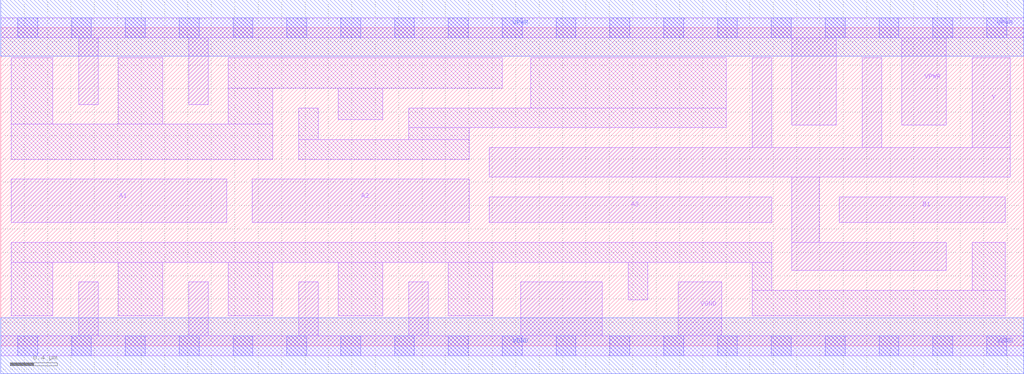
<source format=lef>
# Copyright 2020 The SkyWater PDK Authors
#
# Licensed under the Apache License, Version 2.0 (the "License");
# you may not use this file except in compliance with the License.
# You may obtain a copy of the License at
#
#     https://www.apache.org/licenses/LICENSE-2.0
#
# Unless required by applicable law or agreed to in writing, software
# distributed under the License is distributed on an "AS IS" BASIS,
# WITHOUT WARRANTIES OR CONDITIONS OF ANY KIND, either express or implied.
# See the License for the specific language governing permissions and
# limitations under the License.
#
# SPDX-License-Identifier: Apache-2.0

VERSION 5.7 ;
  NAMESCASESENSITIVE ON ;
  NOWIREEXTENSIONATPIN ON ;
  DIVIDERCHAR "/" ;
  BUSBITCHARS "[]" ;
UNITS
  DATABASE MICRONS 200 ;
END UNITS
PROPERTYDEFINITIONS
  MACRO maskLayoutSubType STRING ;
  MACRO prCellType STRING ;
  MACRO originalViewName STRING ;
END PROPERTYDEFINITIONS
MACRO sky130_fd_sc_hdll__o31ai_4
  CLASS CORE ;
  FOREIGN sky130_fd_sc_hdll__o31ai_4 ;
  ORIGIN  0.000000  0.000000 ;
  SIZE  8.740000 BY  2.720000 ;
  SYMMETRY X Y R90 ;
  SITE unithd ;
  PIN A1
    ANTENNAGATEAREA  1.110000 ;
    DIRECTION INPUT ;
    USE SIGNAL ;
    PORT
      LAYER li1 ;
        RECT 0.090000 1.055000 1.930000 1.425000 ;
    END
  END A1
  PIN A2
    ANTENNAGATEAREA  1.110000 ;
    DIRECTION INPUT ;
    USE SIGNAL ;
    PORT
      LAYER li1 ;
        RECT 2.150000 1.055000 4.005000 1.425000 ;
    END
  END A2
  PIN A3
    ANTENNAGATEAREA  1.110000 ;
    DIRECTION INPUT ;
    USE SIGNAL ;
    PORT
      LAYER li1 ;
        RECT 4.175000 1.055000 6.590000 1.275000 ;
    END
  END A3
  PIN B1
    ANTENNAGATEAREA  1.110000 ;
    DIRECTION INPUT ;
    USE SIGNAL ;
    PORT
      LAYER li1 ;
        RECT 7.165000 1.055000 8.585000 1.275000 ;
    END
  END B1
  PIN VGND
    ANTENNADIFFAREA  1.725750 ;
    DIRECTION INOUT ;
    USE SIGNAL ;
    PORT
      LAYER li1 ;
        RECT 0.000000 -0.085000 8.740000 0.085000 ;
        RECT 0.665000  0.085000 0.835000 0.545000 ;
        RECT 1.605000  0.085000 1.775000 0.545000 ;
        RECT 2.545000  0.085000 2.715000 0.545000 ;
        RECT 3.485000  0.085000 3.655000 0.545000 ;
        RECT 4.445000  0.085000 5.140000 0.545000 ;
        RECT 5.790000  0.085000 6.160000 0.545000 ;
      LAYER mcon ;
        RECT 0.145000 -0.085000 0.315000 0.085000 ;
        RECT 0.605000 -0.085000 0.775000 0.085000 ;
        RECT 1.065000 -0.085000 1.235000 0.085000 ;
        RECT 1.525000 -0.085000 1.695000 0.085000 ;
        RECT 1.985000 -0.085000 2.155000 0.085000 ;
        RECT 2.445000 -0.085000 2.615000 0.085000 ;
        RECT 2.905000 -0.085000 3.075000 0.085000 ;
        RECT 3.365000 -0.085000 3.535000 0.085000 ;
        RECT 3.825000 -0.085000 3.995000 0.085000 ;
        RECT 4.285000 -0.085000 4.455000 0.085000 ;
        RECT 4.745000 -0.085000 4.915000 0.085000 ;
        RECT 5.205000 -0.085000 5.375000 0.085000 ;
        RECT 5.665000 -0.085000 5.835000 0.085000 ;
        RECT 6.125000 -0.085000 6.295000 0.085000 ;
        RECT 6.585000 -0.085000 6.755000 0.085000 ;
        RECT 7.045000 -0.085000 7.215000 0.085000 ;
        RECT 7.505000 -0.085000 7.675000 0.085000 ;
        RECT 7.965000 -0.085000 8.135000 0.085000 ;
        RECT 8.425000 -0.085000 8.595000 0.085000 ;
      LAYER met1 ;
        RECT 0.000000 -0.240000 8.740000 0.240000 ;
    END
  END VGND
  PIN VPWR
    ANTENNADIFFAREA  1.160000 ;
    DIRECTION INOUT ;
    USE SIGNAL ;
    PORT
      LAYER li1 ;
        RECT 0.000000 2.635000 8.740000 2.805000 ;
        RECT 0.665000 2.065000 0.835000 2.635000 ;
        RECT 1.605000 2.065000 1.775000 2.635000 ;
        RECT 6.760000 1.890000 7.140000 2.635000 ;
        RECT 7.700000 1.890000 8.080000 2.635000 ;
      LAYER mcon ;
        RECT 0.145000 2.635000 0.315000 2.805000 ;
        RECT 0.605000 2.635000 0.775000 2.805000 ;
        RECT 1.065000 2.635000 1.235000 2.805000 ;
        RECT 1.525000 2.635000 1.695000 2.805000 ;
        RECT 1.985000 2.635000 2.155000 2.805000 ;
        RECT 2.445000 2.635000 2.615000 2.805000 ;
        RECT 2.905000 2.635000 3.075000 2.805000 ;
        RECT 3.365000 2.635000 3.535000 2.805000 ;
        RECT 3.825000 2.635000 3.995000 2.805000 ;
        RECT 4.285000 2.635000 4.455000 2.805000 ;
        RECT 4.745000 2.635000 4.915000 2.805000 ;
        RECT 5.205000 2.635000 5.375000 2.805000 ;
        RECT 5.665000 2.635000 5.835000 2.805000 ;
        RECT 6.125000 2.635000 6.295000 2.805000 ;
        RECT 6.585000 2.635000 6.755000 2.805000 ;
        RECT 7.045000 2.635000 7.215000 2.805000 ;
        RECT 7.505000 2.635000 7.675000 2.805000 ;
        RECT 7.965000 2.635000 8.135000 2.805000 ;
        RECT 8.425000 2.635000 8.595000 2.805000 ;
      LAYER met1 ;
        RECT 0.000000 2.480000 8.740000 2.960000 ;
    END
  END VPWR
  PIN Y
    ANTENNADIFFAREA  1.851000 ;
    DIRECTION OUTPUT ;
    USE SIGNAL ;
    PORT
      LAYER li1 ;
        RECT 4.175000 1.445000 8.625000 1.695000 ;
        RECT 6.420000 1.695000 6.590000 2.465000 ;
        RECT 6.760000 0.645000 8.080000 0.885000 ;
        RECT 6.760000 0.885000 6.995000 1.445000 ;
        RECT 7.360000 1.695000 7.530000 2.465000 ;
        RECT 8.300000 1.695000 8.625000 2.465000 ;
    END
  END Y
  OBS
    LAYER li1 ;
      RECT 0.090000 0.255000 0.445000 0.715000 ;
      RECT 0.090000 0.715000 6.590000 0.885000 ;
      RECT 0.090000 1.595000 2.325000 1.895000 ;
      RECT 0.090000 1.895000 0.445000 2.465000 ;
      RECT 1.005000 0.255000 1.385000 0.715000 ;
      RECT 1.005000 1.895000 1.385000 2.465000 ;
      RECT 1.945000 0.255000 2.325000 0.715000 ;
      RECT 1.945000 1.895000 2.325000 2.205000 ;
      RECT 1.945000 2.205000 4.285000 2.465000 ;
      RECT 2.545000 1.595000 4.005000 1.765000 ;
      RECT 2.545000 1.765000 2.715000 2.035000 ;
      RECT 2.885000 0.255000 3.265000 0.715000 ;
      RECT 2.885000 1.935000 3.265000 2.205000 ;
      RECT 3.485000 1.765000 4.005000 1.865000 ;
      RECT 3.485000 1.865000 6.200000 2.035000 ;
      RECT 3.825000 0.255000 4.205000 0.715000 ;
      RECT 4.530000 2.035000 6.200000 2.465000 ;
      RECT 5.360000 0.395000 5.530000 0.715000 ;
      RECT 6.420000 0.255000 8.585000 0.475000 ;
      RECT 6.420000 0.475000 6.590000 0.715000 ;
      RECT 8.300000 0.475000 8.585000 0.885000 ;
  END
  PROPERTY maskLayoutSubType "abstract" ;
  PROPERTY prCellType "standard" ;
  PROPERTY originalViewName "layout" ;
END sky130_fd_sc_hdll__o31ai_4

</source>
